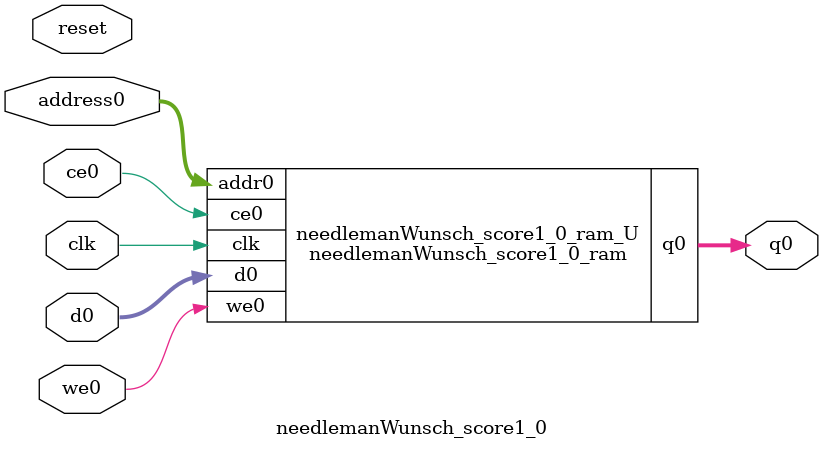
<source format=v>

`timescale 1 ns / 1 ps
module needlemanWunsch_score1_0_ram (addr0, ce0, d0, we0, q0,  clk);

parameter DWIDTH = 8;
parameter AWIDTH = 7;
parameter MEM_SIZE = 100;

input[AWIDTH-1:0] addr0;
input ce0;
input[DWIDTH-1:0] d0;
input we0;
output reg[DWIDTH-1:0] q0;
input clk;

(* ram_style = "distributed" *)reg [DWIDTH-1:0] ram[MEM_SIZE-1:0];




always @(posedge clk)  
begin 
    if (ce0) 
    begin
        if (we0) 
        begin 
            ram[addr0] <= d0; 
            q0 <= d0;
        end 
        else 
            q0 <= ram[addr0];
    end
end


endmodule


`timescale 1 ns / 1 ps
module needlemanWunsch_score1_0(
    reset,
    clk,
    address0,
    ce0,
    we0,
    d0,
    q0);

parameter DataWidth = 32'd8;
parameter AddressRange = 32'd100;
parameter AddressWidth = 32'd7;
input reset;
input clk;
input[AddressWidth - 1:0] address0;
input ce0;
input we0;
input[DataWidth - 1:0] d0;
output[DataWidth - 1:0] q0;



needlemanWunsch_score1_0_ram needlemanWunsch_score1_0_ram_U(
    .clk( clk ),
    .addr0( address0 ),
    .ce0( ce0 ),
    .d0( d0 ),
    .we0( we0 ),
    .q0( q0 ));

endmodule


</source>
